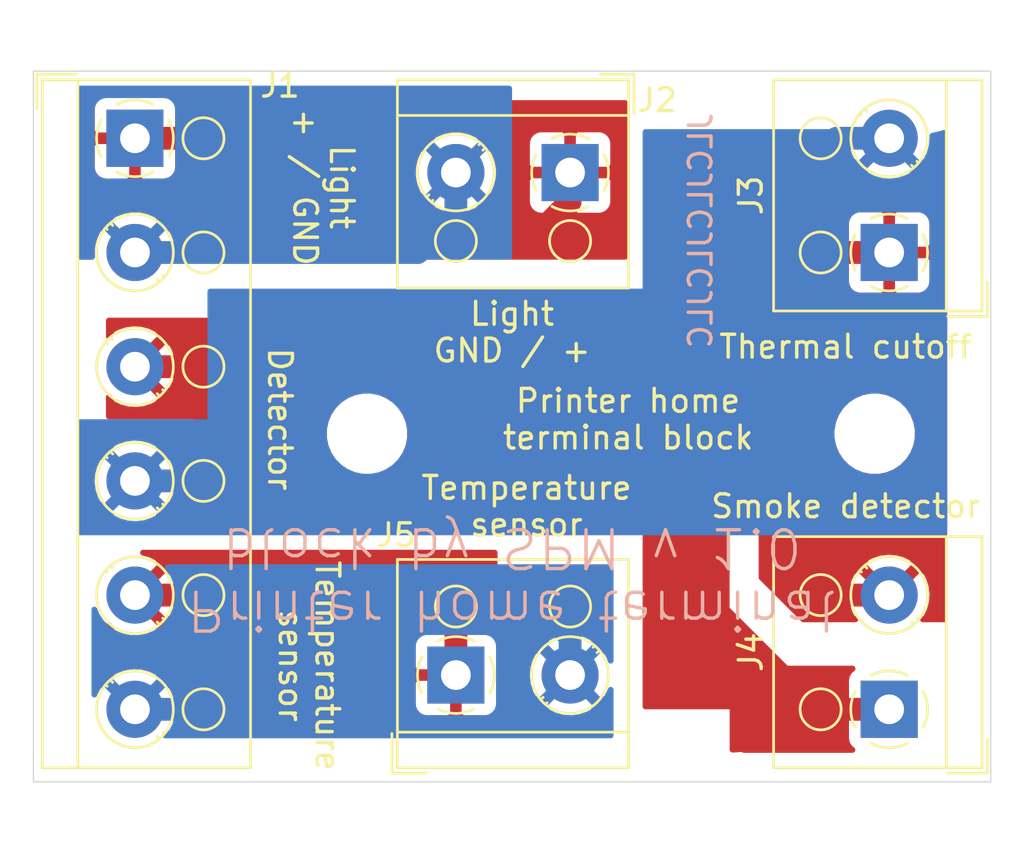
<source format=kicad_pcb>
(kicad_pcb (version 20171130) (host pcbnew 5.1.9)

  (general
    (thickness 1.6)
    (drawings 14)
    (tracks 37)
    (zones 0)
    (modules 7)
    (nets 8)
  )

  (page A4)
  (layers
    (0 F.Cu signal)
    (31 B.Cu signal)
    (32 B.Adhes user)
    (33 F.Adhes user)
    (34 B.Paste user)
    (35 F.Paste user)
    (36 B.SilkS user)
    (37 F.SilkS user)
    (38 B.Mask user)
    (39 F.Mask user)
    (40 Dwgs.User user)
    (41 Cmts.User user)
    (42 Eco1.User user)
    (43 Eco2.User user)
    (44 Edge.Cuts user)
    (45 Margin user)
    (46 B.CrtYd user)
    (47 F.CrtYd user)
    (48 B.Fab user)
    (49 F.Fab user)
  )

  (setup
    (last_trace_width 1)
    (user_trace_width 1)
    (trace_clearance 0.2)
    (zone_clearance 0.508)
    (zone_45_only no)
    (trace_min 0.2)
    (via_size 0.8)
    (via_drill 0.4)
    (via_min_size 0.4)
    (via_min_drill 0.3)
    (uvia_size 0.3)
    (uvia_drill 0.1)
    (uvias_allowed no)
    (uvia_min_size 0.2)
    (uvia_min_drill 0.1)
    (edge_width 0.05)
    (segment_width 0.2)
    (pcb_text_width 0.3)
    (pcb_text_size 1.5 1.5)
    (mod_edge_width 0.12)
    (mod_text_size 1 1)
    (mod_text_width 0.15)
    (pad_size 1.524 1.524)
    (pad_drill 0.762)
    (pad_to_mask_clearance 0)
    (aux_axis_origin 0 0)
    (visible_elements FFFFFF7F)
    (pcbplotparams
      (layerselection 0x010f0_ffffffff)
      (usegerberextensions true)
      (usegerberattributes true)
      (usegerberadvancedattributes true)
      (creategerberjobfile true)
      (excludeedgelayer true)
      (linewidth 0.100000)
      (plotframeref false)
      (viasonmask false)
      (mode 1)
      (useauxorigin false)
      (hpglpennumber 1)
      (hpglpenspeed 20)
      (hpglpendiameter 15.000000)
      (psnegative false)
      (psa4output false)
      (plotreference true)
      (plotvalue true)
      (plotinvisibletext false)
      (padsonsilk false)
      (subtractmaskfromsilk false)
      (outputformat 1)
      (mirror false)
      (drillshape 0)
      (scaleselection 1)
      (outputdirectory "gerber/"))
  )

  (net 0 "")
  (net 1 /TempSensorA)
  (net 2 /TempSensorB)
  (net 3 /DetectorCommon)
  (net 4 /FuseInput)
  (net 5 /LightGND)
  (net 6 /Light+)
  (net 7 /FuseOutput)

  (net_class Default "This is the default net class."
    (clearance 0.2)
    (trace_width 0.25)
    (via_dia 0.8)
    (via_drill 0.4)
    (uvia_dia 0.3)
    (uvia_drill 0.1)
    (add_net /DetectorCommon)
    (add_net /FuseInput)
    (add_net /FuseOutput)
    (add_net /Light+)
    (add_net /LightGND)
    (add_net /TempSensorA)
    (add_net /TempSensorB)
  )

  (module MountingHole:MountingHole_2.5mm (layer F.Cu) (tedit 56D1B4CB) (tstamp 601FC4A3)
    (at 121.92 93.345)
    (descr "Mounting Hole 2.5mm, no annular")
    (tags "mounting hole 2.5mm no annular")
    (path /60C157FD)
    (attr virtual)
    (fp_text reference H2 (at 0 -3.5) (layer F.SilkS) hide
      (effects (font (size 1 1) (thickness 0.15)))
    )
    (fp_text value MountingHole (at 0 3.5) (layer F.Fab)
      (effects (font (size 1 1) (thickness 0.15)))
    )
    (fp_text user %R (at 0.3 0) (layer F.Fab)
      (effects (font (size 1 1) (thickness 0.15)))
    )
    (fp_circle (center 0 0) (end 2.5 0) (layer Cmts.User) (width 0.15))
    (fp_circle (center 0 0) (end 2.75 0) (layer F.CrtYd) (width 0.05))
    (pad 1 np_thru_hole circle (at 0 0) (size 2.5 2.5) (drill 2.5) (layers *.Cu *.Mask))
  )

  (module MountingHole:MountingHole_2.5mm (layer F.Cu) (tedit 56D1B4CB) (tstamp 601FC49B)
    (at 144.145 93.345)
    (descr "Mounting Hole 2.5mm, no annular")
    (tags "mounting hole 2.5mm no annular")
    (path /60C15243)
    (attr virtual)
    (fp_text reference H1 (at 0 -3.5) (layer F.SilkS) hide
      (effects (font (size 1 1) (thickness 0.15)))
    )
    (fp_text value MountingHole (at 0 3.5) (layer F.Fab)
      (effects (font (size 1 1) (thickness 0.15)))
    )
    (fp_text user %R (at 0.3 0) (layer F.Fab)
      (effects (font (size 1 1) (thickness 0.15)))
    )
    (fp_circle (center 0 0) (end 2.5 0) (layer Cmts.User) (width 0.15))
    (fp_circle (center 0 0) (end 2.75 0) (layer F.CrtYd) (width 0.05))
    (pad 1 np_thru_hole circle (at 0 0) (size 2.5 2.5) (drill 2.5) (layers *.Cu *.Mask))
  )

  (module TerminalBlock_RND:TerminalBlock_RND_205-00001_1x02_P5.00mm_Horizontal (layer F.Cu) (tedit 5B294F8C) (tstamp 601FC16D)
    (at 125.81 103.91)
    (descr "terminal block RND 205-00001, 2 pins, pitch 5mm, size 10x9mm^2, drill diamater 1.3mm, pad diameter 2.5mm, see http://cdn-reichelt.de/documents/datenblatt/C151/RND_205-00001_DB_EN.pdf, script-generated using https://github.com/pointhi/kicad-footprint-generator/scripts/TerminalBlock_RND")
    (tags "THT terminal block RND 205-00001 pitch 5mm size 10x9mm^2 drill 1.3mm pad 2.5mm")
    (path /60BF812E)
    (fp_text reference J5 (at -2.62 -6.12) (layer F.SilkS)
      (effects (font (size 1 1) (thickness 0.15)))
    )
    (fp_text value Screw_Terminal_01x02 (at 2.5 5.06) (layer F.Fab)
      (effects (font (size 1 1) (thickness 0.15)))
    )
    (fp_line (start 8 -5.5) (end -3 -5.5) (layer F.CrtYd) (width 0.05))
    (fp_line (start 8 4.5) (end 8 -5.5) (layer F.CrtYd) (width 0.05))
    (fp_line (start -3 4.5) (end 8 4.5) (layer F.CrtYd) (width 0.05))
    (fp_line (start -3 -5.5) (end -3 4.5) (layer F.CrtYd) (width 0.05))
    (fp_line (start -2.8 4.3) (end -1.3 4.3) (layer F.SilkS) (width 0.12))
    (fp_line (start -2.8 2.56) (end -2.8 4.3) (layer F.SilkS) (width 0.12))
    (fp_line (start 3.82 0.976) (end 3.726 1.069) (layer F.SilkS) (width 0.12))
    (fp_line (start 6.07 -1.275) (end 6.011 -1.216) (layer F.SilkS) (width 0.12))
    (fp_line (start 3.99 1.216) (end 3.931 1.274) (layer F.SilkS) (width 0.12))
    (fp_line (start 6.275 -1.069) (end 6.181 -0.976) (layer F.SilkS) (width 0.12))
    (fp_line (start 5.955 -1.138) (end 3.863 0.955) (layer F.Fab) (width 0.1))
    (fp_line (start 6.138 -0.955) (end 4.046 1.138) (layer F.Fab) (width 0.1))
    (fp_line (start 0.955 -1.138) (end -1.138 0.955) (layer F.Fab) (width 0.1))
    (fp_line (start 1.138 -0.955) (end -0.955 1.138) (layer F.Fab) (width 0.1))
    (fp_line (start 7.56 -5.06) (end 7.56 4.06) (layer F.SilkS) (width 0.12))
    (fp_line (start -2.56 -5.06) (end -2.56 4.06) (layer F.SilkS) (width 0.12))
    (fp_line (start -2.56 4.06) (end 7.56 4.06) (layer F.SilkS) (width 0.12))
    (fp_line (start -2.56 -5.06) (end 7.56 -5.06) (layer F.SilkS) (width 0.12))
    (fp_line (start -2.56 2.5) (end 7.56 2.5) (layer F.SilkS) (width 0.12))
    (fp_line (start -2.5 2.5) (end 7.5 2.5) (layer F.Fab) (width 0.1))
    (fp_line (start -2.5 2.5) (end -2.5 -5) (layer F.Fab) (width 0.1))
    (fp_line (start -1 4) (end -2.5 2.5) (layer F.Fab) (width 0.1))
    (fp_line (start 7.5 4) (end -1 4) (layer F.Fab) (width 0.1))
    (fp_line (start 7.5 -5) (end 7.5 4) (layer F.Fab) (width 0.1))
    (fp_line (start -2.5 -5) (end 7.5 -5) (layer F.Fab) (width 0.1))
    (fp_circle (center 5 -3) (end 5.9 -3) (layer F.SilkS) (width 0.12))
    (fp_circle (center 5 -3) (end 5.9 -3) (layer F.Fab) (width 0.1))
    (fp_circle (center 5 0) (end 6.68 0) (layer F.SilkS) (width 0.12))
    (fp_circle (center 5 0) (end 6.5 0) (layer F.Fab) (width 0.1))
    (fp_circle (center 0 -3) (end 0.9 -3) (layer F.SilkS) (width 0.12))
    (fp_circle (center 0 -3) (end 0.9 -3) (layer F.Fab) (width 0.1))
    (fp_circle (center 0 0) (end 1.5 0) (layer F.Fab) (width 0.1))
    (fp_text user %R (at 2.5 -6.06) (layer F.Fab)
      (effects (font (size 1 1) (thickness 0.15)))
    )
    (fp_arc (start 0 0) (end -0.789 1.484) (angle -29) (layer F.SilkS) (width 0.12))
    (fp_arc (start 0 0) (end -1.484 -0.789) (angle -56) (layer F.SilkS) (width 0.12))
    (fp_arc (start 0 0) (end 0.789 -1.484) (angle -56) (layer F.SilkS) (width 0.12))
    (fp_arc (start 0 0) (end 1.484 0.789) (angle -56) (layer F.SilkS) (width 0.12))
    (fp_arc (start 0 0) (end 0 1.68) (angle -28) (layer F.SilkS) (width 0.12))
    (pad 2 thru_hole circle (at 5 0) (size 2.5 2.5) (drill 1.3) (layers *.Cu *.Mask)
      (net 1 /TempSensorA))
    (pad 1 thru_hole rect (at 0 0) (size 2.5 2.5) (drill 1.3) (layers *.Cu *.Mask)
      (net 2 /TempSensorB))
    (model ${KISYS3DMOD}/TerminalBlock_RND.3dshapes/TerminalBlock_RND_205-00001_1x02_P5.00mm_Horizontal.wrl
      (at (xyz 0 0 0))
      (scale (xyz 1 1 1))
      (rotate (xyz 0 0 0))
    )
  )

  (module TerminalBlock_RND:TerminalBlock_RND_205-00001_1x02_P5.00mm_Horizontal (layer F.Cu) (tedit 5B294F8C) (tstamp 601FAAA3)
    (at 144.78 105.41 90)
    (descr "terminal block RND 205-00001, 2 pins, pitch 5mm, size 10x9mm^2, drill diamater 1.3mm, pad diameter 2.5mm, see http://cdn-reichelt.de/documents/datenblatt/C151/RND_205-00001_DB_EN.pdf, script-generated using https://github.com/pointhi/kicad-footprint-generator/scripts/TerminalBlock_RND")
    (tags "THT terminal block RND 205-00001 pitch 5mm size 10x9mm^2 drill 1.3mm pad 2.5mm")
    (path /60BF7C3A)
    (fp_text reference J4 (at 2.5 -6.06 90) (layer F.SilkS)
      (effects (font (size 1 1) (thickness 0.15)))
    )
    (fp_text value Screw_Terminal_01x02 (at 2.5 5.06 90) (layer F.Fab)
      (effects (font (size 1 1) (thickness 0.15)))
    )
    (fp_line (start 8 -5.5) (end -3 -5.5) (layer F.CrtYd) (width 0.05))
    (fp_line (start 8 4.5) (end 8 -5.5) (layer F.CrtYd) (width 0.05))
    (fp_line (start -3 4.5) (end 8 4.5) (layer F.CrtYd) (width 0.05))
    (fp_line (start -3 -5.5) (end -3 4.5) (layer F.CrtYd) (width 0.05))
    (fp_line (start -2.8 4.3) (end -1.3 4.3) (layer F.SilkS) (width 0.12))
    (fp_line (start -2.8 2.56) (end -2.8 4.3) (layer F.SilkS) (width 0.12))
    (fp_line (start 3.82 0.976) (end 3.726 1.069) (layer F.SilkS) (width 0.12))
    (fp_line (start 6.07 -1.275) (end 6.011 -1.216) (layer F.SilkS) (width 0.12))
    (fp_line (start 3.99 1.216) (end 3.931 1.274) (layer F.SilkS) (width 0.12))
    (fp_line (start 6.275 -1.069) (end 6.181 -0.976) (layer F.SilkS) (width 0.12))
    (fp_line (start 5.955 -1.138) (end 3.863 0.955) (layer F.Fab) (width 0.1))
    (fp_line (start 6.138 -0.955) (end 4.046 1.138) (layer F.Fab) (width 0.1))
    (fp_line (start 0.955 -1.138) (end -1.138 0.955) (layer F.Fab) (width 0.1))
    (fp_line (start 1.138 -0.955) (end -0.955 1.138) (layer F.Fab) (width 0.1))
    (fp_line (start 7.56 -5.06) (end 7.56 4.06) (layer F.SilkS) (width 0.12))
    (fp_line (start -2.56 -5.06) (end -2.56 4.06) (layer F.SilkS) (width 0.12))
    (fp_line (start -2.56 4.06) (end 7.56 4.06) (layer F.SilkS) (width 0.12))
    (fp_line (start -2.56 -5.06) (end 7.56 -5.06) (layer F.SilkS) (width 0.12))
    (fp_line (start -2.56 2.5) (end 7.56 2.5) (layer F.SilkS) (width 0.12))
    (fp_line (start -2.5 2.5) (end 7.5 2.5) (layer F.Fab) (width 0.1))
    (fp_line (start -2.5 2.5) (end -2.5 -5) (layer F.Fab) (width 0.1))
    (fp_line (start -1 4) (end -2.5 2.5) (layer F.Fab) (width 0.1))
    (fp_line (start 7.5 4) (end -1 4) (layer F.Fab) (width 0.1))
    (fp_line (start 7.5 -5) (end 7.5 4) (layer F.Fab) (width 0.1))
    (fp_line (start -2.5 -5) (end 7.5 -5) (layer F.Fab) (width 0.1))
    (fp_circle (center 5 -3) (end 5.9 -3) (layer F.SilkS) (width 0.12))
    (fp_circle (center 5 -3) (end 5.9 -3) (layer F.Fab) (width 0.1))
    (fp_circle (center 5 0) (end 6.68 0) (layer F.SilkS) (width 0.12))
    (fp_circle (center 5 0) (end 6.5 0) (layer F.Fab) (width 0.1))
    (fp_circle (center 0 -3) (end 0.9 -3) (layer F.SilkS) (width 0.12))
    (fp_circle (center 0 -3) (end 0.9 -3) (layer F.Fab) (width 0.1))
    (fp_circle (center 0 0) (end 1.5 0) (layer F.Fab) (width 0.1))
    (fp_text user %R (at 2.5 -6.06 90) (layer F.Fab)
      (effects (font (size 1 1) (thickness 0.15)))
    )
    (fp_arc (start 0 0) (end -0.789 1.484) (angle -29) (layer F.SilkS) (width 0.12))
    (fp_arc (start 0 0) (end -1.484 -0.789) (angle -56) (layer F.SilkS) (width 0.12))
    (fp_arc (start 0 0) (end 0.789 -1.484) (angle -56) (layer F.SilkS) (width 0.12))
    (fp_arc (start 0 0) (end 1.484 0.789) (angle -56) (layer F.SilkS) (width 0.12))
    (fp_arc (start 0 0) (end 0 1.68) (angle -28) (layer F.SilkS) (width 0.12))
    (pad 2 thru_hole circle (at 5 0 90) (size 2.5 2.5) (drill 1.3) (layers *.Cu *.Mask)
      (net 7 /FuseOutput))
    (pad 1 thru_hole rect (at 0 0 90) (size 2.5 2.5) (drill 1.3) (layers *.Cu *.Mask)
      (net 4 /FuseInput))
    (model ${KISYS3DMOD}/TerminalBlock_RND.3dshapes/TerminalBlock_RND_205-00001_1x02_P5.00mm_Horizontal.wrl
      (at (xyz 0 0 0))
      (scale (xyz 1 1 1))
      (rotate (xyz 0 0 0))
    )
  )

  (module TerminalBlock_RND:TerminalBlock_RND_205-00001_1x02_P5.00mm_Horizontal (layer F.Cu) (tedit 5B294F8C) (tstamp 601FAA77)
    (at 144.78 85.41 90)
    (descr "terminal block RND 205-00001, 2 pins, pitch 5mm, size 10x9mm^2, drill diamater 1.3mm, pad diameter 2.5mm, see http://cdn-reichelt.de/documents/datenblatt/C151/RND_205-00001_DB_EN.pdf, script-generated using https://github.com/pointhi/kicad-footprint-generator/scripts/TerminalBlock_RND")
    (tags "THT terminal block RND 205-00001 pitch 5mm size 10x9mm^2 drill 1.3mm pad 2.5mm")
    (path /60BF792D)
    (fp_text reference J3 (at 2.5 -6.06 90) (layer F.SilkS)
      (effects (font (size 1 1) (thickness 0.15)))
    )
    (fp_text value Screw_Terminal_01x02 (at 2.5 5.06 90) (layer F.Fab)
      (effects (font (size 1 1) (thickness 0.15)))
    )
    (fp_line (start 8 -5.5) (end -3 -5.5) (layer F.CrtYd) (width 0.05))
    (fp_line (start 8 4.5) (end 8 -5.5) (layer F.CrtYd) (width 0.05))
    (fp_line (start -3 4.5) (end 8 4.5) (layer F.CrtYd) (width 0.05))
    (fp_line (start -3 -5.5) (end -3 4.5) (layer F.CrtYd) (width 0.05))
    (fp_line (start -2.8 4.3) (end -1.3 4.3) (layer F.SilkS) (width 0.12))
    (fp_line (start -2.8 2.56) (end -2.8 4.3) (layer F.SilkS) (width 0.12))
    (fp_line (start 3.82 0.976) (end 3.726 1.069) (layer F.SilkS) (width 0.12))
    (fp_line (start 6.07 -1.275) (end 6.011 -1.216) (layer F.SilkS) (width 0.12))
    (fp_line (start 3.99 1.216) (end 3.931 1.274) (layer F.SilkS) (width 0.12))
    (fp_line (start 6.275 -1.069) (end 6.181 -0.976) (layer F.SilkS) (width 0.12))
    (fp_line (start 5.955 -1.138) (end 3.863 0.955) (layer F.Fab) (width 0.1))
    (fp_line (start 6.138 -0.955) (end 4.046 1.138) (layer F.Fab) (width 0.1))
    (fp_line (start 0.955 -1.138) (end -1.138 0.955) (layer F.Fab) (width 0.1))
    (fp_line (start 1.138 -0.955) (end -0.955 1.138) (layer F.Fab) (width 0.1))
    (fp_line (start 7.56 -5.06) (end 7.56 4.06) (layer F.SilkS) (width 0.12))
    (fp_line (start -2.56 -5.06) (end -2.56 4.06) (layer F.SilkS) (width 0.12))
    (fp_line (start -2.56 4.06) (end 7.56 4.06) (layer F.SilkS) (width 0.12))
    (fp_line (start -2.56 -5.06) (end 7.56 -5.06) (layer F.SilkS) (width 0.12))
    (fp_line (start -2.56 2.5) (end 7.56 2.5) (layer F.SilkS) (width 0.12))
    (fp_line (start -2.5 2.5) (end 7.5 2.5) (layer F.Fab) (width 0.1))
    (fp_line (start -2.5 2.5) (end -2.5 -5) (layer F.Fab) (width 0.1))
    (fp_line (start -1 4) (end -2.5 2.5) (layer F.Fab) (width 0.1))
    (fp_line (start 7.5 4) (end -1 4) (layer F.Fab) (width 0.1))
    (fp_line (start 7.5 -5) (end 7.5 4) (layer F.Fab) (width 0.1))
    (fp_line (start -2.5 -5) (end 7.5 -5) (layer F.Fab) (width 0.1))
    (fp_circle (center 5 -3) (end 5.9 -3) (layer F.SilkS) (width 0.12))
    (fp_circle (center 5 -3) (end 5.9 -3) (layer F.Fab) (width 0.1))
    (fp_circle (center 5 0) (end 6.68 0) (layer F.SilkS) (width 0.12))
    (fp_circle (center 5 0) (end 6.5 0) (layer F.Fab) (width 0.1))
    (fp_circle (center 0 -3) (end 0.9 -3) (layer F.SilkS) (width 0.12))
    (fp_circle (center 0 -3) (end 0.9 -3) (layer F.Fab) (width 0.1))
    (fp_circle (center 0 0) (end 1.5 0) (layer F.Fab) (width 0.1))
    (fp_text user %R (at 2.5 -6.06 90) (layer F.Fab)
      (effects (font (size 1 1) (thickness 0.15)))
    )
    (fp_arc (start 0 0) (end -0.789 1.484) (angle -29) (layer F.SilkS) (width 0.12))
    (fp_arc (start 0 0) (end -1.484 -0.789) (angle -56) (layer F.SilkS) (width 0.12))
    (fp_arc (start 0 0) (end 0.789 -1.484) (angle -56) (layer F.SilkS) (width 0.12))
    (fp_arc (start 0 0) (end 1.484 0.789) (angle -56) (layer F.SilkS) (width 0.12))
    (fp_arc (start 0 0) (end 0 1.68) (angle -28) (layer F.SilkS) (width 0.12))
    (pad 2 thru_hole circle (at 5 0 90) (size 2.5 2.5) (drill 1.3) (layers *.Cu *.Mask)
      (net 3 /DetectorCommon))
    (pad 1 thru_hole rect (at 0 0 90) (size 2.5 2.5) (drill 1.3) (layers *.Cu *.Mask)
      (net 7 /FuseOutput))
    (model ${KISYS3DMOD}/TerminalBlock_RND.3dshapes/TerminalBlock_RND_205-00001_1x02_P5.00mm_Horizontal.wrl
      (at (xyz 0 0 0))
      (scale (xyz 1 1 1))
      (rotate (xyz 0 0 0))
    )
  )

  (module TerminalBlock_RND:TerminalBlock_RND_205-00001_1x02_P5.00mm_Horizontal (layer F.Cu) (tedit 5B294F8C) (tstamp 601FAA4B)
    (at 130.81 81.91 180)
    (descr "terminal block RND 205-00001, 2 pins, pitch 5mm, size 10x9mm^2, drill diamater 1.3mm, pad diameter 2.5mm, see http://cdn-reichelt.de/documents/datenblatt/C151/RND_205-00001_DB_EN.pdf, script-generated using https://github.com/pointhi/kicad-footprint-generator/scripts/TerminalBlock_RND")
    (tags "THT terminal block RND 205-00001 pitch 5mm size 10x9mm^2 drill 1.3mm pad 2.5mm")
    (path /60BF7546)
    (fp_text reference J2 (at -3.81 3.17) (layer F.SilkS)
      (effects (font (size 1 1) (thickness 0.15)))
    )
    (fp_text value Screw_Terminal_01x02 (at 2.5 5.06) (layer F.Fab)
      (effects (font (size 1 1) (thickness 0.15)))
    )
    (fp_line (start 8 -5.5) (end -3 -5.5) (layer F.CrtYd) (width 0.05))
    (fp_line (start 8 4.5) (end 8 -5.5) (layer F.CrtYd) (width 0.05))
    (fp_line (start -3 4.5) (end 8 4.5) (layer F.CrtYd) (width 0.05))
    (fp_line (start -3 -5.5) (end -3 4.5) (layer F.CrtYd) (width 0.05))
    (fp_line (start -2.8 4.3) (end -1.3 4.3) (layer F.SilkS) (width 0.12))
    (fp_line (start -2.8 2.56) (end -2.8 4.3) (layer F.SilkS) (width 0.12))
    (fp_line (start 3.82 0.976) (end 3.726 1.069) (layer F.SilkS) (width 0.12))
    (fp_line (start 6.07 -1.275) (end 6.011 -1.216) (layer F.SilkS) (width 0.12))
    (fp_line (start 3.99 1.216) (end 3.931 1.274) (layer F.SilkS) (width 0.12))
    (fp_line (start 6.275 -1.069) (end 6.181 -0.976) (layer F.SilkS) (width 0.12))
    (fp_line (start 5.955 -1.138) (end 3.863 0.955) (layer F.Fab) (width 0.1))
    (fp_line (start 6.138 -0.955) (end 4.046 1.138) (layer F.Fab) (width 0.1))
    (fp_line (start 0.955 -1.138) (end -1.138 0.955) (layer F.Fab) (width 0.1))
    (fp_line (start 1.138 -0.955) (end -0.955 1.138) (layer F.Fab) (width 0.1))
    (fp_line (start 7.56 -5.06) (end 7.56 4.06) (layer F.SilkS) (width 0.12))
    (fp_line (start -2.56 -5.06) (end -2.56 4.06) (layer F.SilkS) (width 0.12))
    (fp_line (start -2.56 4.06) (end 7.56 4.06) (layer F.SilkS) (width 0.12))
    (fp_line (start -2.56 -5.06) (end 7.56 -5.06) (layer F.SilkS) (width 0.12))
    (fp_line (start -2.56 2.5) (end 7.56 2.5) (layer F.SilkS) (width 0.12))
    (fp_line (start -2.5 2.5) (end 7.5 2.5) (layer F.Fab) (width 0.1))
    (fp_line (start -2.5 2.5) (end -2.5 -5) (layer F.Fab) (width 0.1))
    (fp_line (start -1 4) (end -2.5 2.5) (layer F.Fab) (width 0.1))
    (fp_line (start 7.5 4) (end -1 4) (layer F.Fab) (width 0.1))
    (fp_line (start 7.5 -5) (end 7.5 4) (layer F.Fab) (width 0.1))
    (fp_line (start -2.5 -5) (end 7.5 -5) (layer F.Fab) (width 0.1))
    (fp_circle (center 5 -3) (end 5.9 -3) (layer F.SilkS) (width 0.12))
    (fp_circle (center 5 -3) (end 5.9 -3) (layer F.Fab) (width 0.1))
    (fp_circle (center 5 0) (end 6.68 0) (layer F.SilkS) (width 0.12))
    (fp_circle (center 5 0) (end 6.5 0) (layer F.Fab) (width 0.1))
    (fp_circle (center 0 -3) (end 0.9 -3) (layer F.SilkS) (width 0.12))
    (fp_circle (center 0 -3) (end 0.9 -3) (layer F.Fab) (width 0.1))
    (fp_circle (center 0 0) (end 1.5 0) (layer F.Fab) (width 0.1))
    (fp_text user %R (at 2.5 -6.06) (layer F.Fab)
      (effects (font (size 1 1) (thickness 0.15)))
    )
    (fp_arc (start 0 0) (end -0.789 1.484) (angle -29) (layer F.SilkS) (width 0.12))
    (fp_arc (start 0 0) (end -1.484 -0.789) (angle -56) (layer F.SilkS) (width 0.12))
    (fp_arc (start 0 0) (end 0.789 -1.484) (angle -56) (layer F.SilkS) (width 0.12))
    (fp_arc (start 0 0) (end 1.484 0.789) (angle -56) (layer F.SilkS) (width 0.12))
    (fp_arc (start 0 0) (end 0 1.68) (angle -28) (layer F.SilkS) (width 0.12))
    (pad 2 thru_hole circle (at 5 0 180) (size 2.5 2.5) (drill 1.3) (layers *.Cu *.Mask)
      (net 5 /LightGND))
    (pad 1 thru_hole rect (at 0 0 180) (size 2.5 2.5) (drill 1.3) (layers *.Cu *.Mask)
      (net 6 /Light+))
    (model ${KISYS3DMOD}/TerminalBlock_RND.3dshapes/TerminalBlock_RND_205-00001_1x02_P5.00mm_Horizontal.wrl
      (at (xyz 0 0 0))
      (scale (xyz 1 1 1))
      (rotate (xyz 0 0 0))
    )
  )

  (module TerminalBlock_RND:TerminalBlock_RND_205-00005_1x06_P5.00mm_Horizontal (layer F.Cu) (tedit 5B294F90) (tstamp 601FAA1F)
    (at 111.76 80.41 270)
    (descr "terminal block RND 205-00005, 6 pins, pitch 5mm, size 30x9mm^2, drill diamater 1.3mm, pad diameter 2.5mm, see http://cdn-reichelt.de/documents/datenblatt/C151/RND_205-00001_DB_EN.pdf, script-generated using https://github.com/pointhi/kicad-footprint-generator/scripts/TerminalBlock_RND")
    (tags "THT terminal block RND 205-00005 pitch 5mm size 30x9mm^2 drill 1.3mm pad 2.5mm")
    (path /60BF693D)
    (fp_text reference J1 (at -2.305 -6.35 180) (layer F.SilkS)
      (effects (font (size 1 1) (thickness 0.15)))
    )
    (fp_text value Screw_Terminal_01x06 (at 12.5 5.06 90) (layer F.Fab)
      (effects (font (size 1 1) (thickness 0.15)))
    )
    (fp_line (start 28 -5.5) (end -3 -5.5) (layer F.CrtYd) (width 0.05))
    (fp_line (start 28 4.5) (end 28 -5.5) (layer F.CrtYd) (width 0.05))
    (fp_line (start -3 4.5) (end 28 4.5) (layer F.CrtYd) (width 0.05))
    (fp_line (start -3 -5.5) (end -3 4.5) (layer F.CrtYd) (width 0.05))
    (fp_line (start -2.8 4.3) (end -1.3 4.3) (layer F.SilkS) (width 0.12))
    (fp_line (start -2.8 2.56) (end -2.8 4.3) (layer F.SilkS) (width 0.12))
    (fp_line (start 23.82 0.976) (end 23.726 1.069) (layer F.SilkS) (width 0.12))
    (fp_line (start 26.07 -1.275) (end 26.011 -1.216) (layer F.SilkS) (width 0.12))
    (fp_line (start 23.99 1.216) (end 23.931 1.274) (layer F.SilkS) (width 0.12))
    (fp_line (start 26.275 -1.069) (end 26.181 -0.976) (layer F.SilkS) (width 0.12))
    (fp_line (start 25.955 -1.138) (end 23.863 0.955) (layer F.Fab) (width 0.1))
    (fp_line (start 26.138 -0.955) (end 24.046 1.138) (layer F.Fab) (width 0.1))
    (fp_line (start 18.82 0.976) (end 18.726 1.069) (layer F.SilkS) (width 0.12))
    (fp_line (start 21.07 -1.275) (end 21.011 -1.216) (layer F.SilkS) (width 0.12))
    (fp_line (start 18.99 1.216) (end 18.931 1.274) (layer F.SilkS) (width 0.12))
    (fp_line (start 21.275 -1.069) (end 21.181 -0.976) (layer F.SilkS) (width 0.12))
    (fp_line (start 20.955 -1.138) (end 18.863 0.955) (layer F.Fab) (width 0.1))
    (fp_line (start 21.138 -0.955) (end 19.046 1.138) (layer F.Fab) (width 0.1))
    (fp_line (start 13.82 0.976) (end 13.726 1.069) (layer F.SilkS) (width 0.12))
    (fp_line (start 16.07 -1.275) (end 16.011 -1.216) (layer F.SilkS) (width 0.12))
    (fp_line (start 13.99 1.216) (end 13.931 1.274) (layer F.SilkS) (width 0.12))
    (fp_line (start 16.275 -1.069) (end 16.181 -0.976) (layer F.SilkS) (width 0.12))
    (fp_line (start 15.955 -1.138) (end 13.863 0.955) (layer F.Fab) (width 0.1))
    (fp_line (start 16.138 -0.955) (end 14.046 1.138) (layer F.Fab) (width 0.1))
    (fp_line (start 8.82 0.976) (end 8.726 1.069) (layer F.SilkS) (width 0.12))
    (fp_line (start 11.07 -1.275) (end 11.011 -1.216) (layer F.SilkS) (width 0.12))
    (fp_line (start 8.99 1.216) (end 8.931 1.274) (layer F.SilkS) (width 0.12))
    (fp_line (start 11.275 -1.069) (end 11.181 -0.976) (layer F.SilkS) (width 0.12))
    (fp_line (start 10.955 -1.138) (end 8.863 0.955) (layer F.Fab) (width 0.1))
    (fp_line (start 11.138 -0.955) (end 9.046 1.138) (layer F.Fab) (width 0.1))
    (fp_line (start 3.82 0.976) (end 3.726 1.069) (layer F.SilkS) (width 0.12))
    (fp_line (start 6.07 -1.275) (end 6.011 -1.216) (layer F.SilkS) (width 0.12))
    (fp_line (start 3.99 1.216) (end 3.931 1.274) (layer F.SilkS) (width 0.12))
    (fp_line (start 6.275 -1.069) (end 6.181 -0.976) (layer F.SilkS) (width 0.12))
    (fp_line (start 5.955 -1.138) (end 3.863 0.955) (layer F.Fab) (width 0.1))
    (fp_line (start 6.138 -0.955) (end 4.046 1.138) (layer F.Fab) (width 0.1))
    (fp_line (start 0.955 -1.138) (end -1.138 0.955) (layer F.Fab) (width 0.1))
    (fp_line (start 1.138 -0.955) (end -0.955 1.138) (layer F.Fab) (width 0.1))
    (fp_line (start 27.56 -5.06) (end 27.56 4.06) (layer F.SilkS) (width 0.12))
    (fp_line (start -2.56 -5.06) (end -2.56 4.06) (layer F.SilkS) (width 0.12))
    (fp_line (start -2.56 4.06) (end 27.56 4.06) (layer F.SilkS) (width 0.12))
    (fp_line (start -2.56 -5.06) (end 27.56 -5.06) (layer F.SilkS) (width 0.12))
    (fp_line (start -2.56 2.5) (end 27.56 2.5) (layer F.SilkS) (width 0.12))
    (fp_line (start -2.5 2.5) (end 27.5 2.5) (layer F.Fab) (width 0.1))
    (fp_line (start -2.5 2.5) (end -2.5 -5) (layer F.Fab) (width 0.1))
    (fp_line (start -1 4) (end -2.5 2.5) (layer F.Fab) (width 0.1))
    (fp_line (start 27.5 4) (end -1 4) (layer F.Fab) (width 0.1))
    (fp_line (start 27.5 -5) (end 27.5 4) (layer F.Fab) (width 0.1))
    (fp_line (start -2.5 -5) (end 27.5 -5) (layer F.Fab) (width 0.1))
    (fp_circle (center 25 -3) (end 25.9 -3) (layer F.SilkS) (width 0.12))
    (fp_circle (center 25 -3) (end 25.9 -3) (layer F.Fab) (width 0.1))
    (fp_circle (center 25 0) (end 26.68 0) (layer F.SilkS) (width 0.12))
    (fp_circle (center 25 0) (end 26.5 0) (layer F.Fab) (width 0.1))
    (fp_circle (center 20 -3) (end 20.9 -3) (layer F.SilkS) (width 0.12))
    (fp_circle (center 20 -3) (end 20.9 -3) (layer F.Fab) (width 0.1))
    (fp_circle (center 20 0) (end 21.68 0) (layer F.SilkS) (width 0.12))
    (fp_circle (center 20 0) (end 21.5 0) (layer F.Fab) (width 0.1))
    (fp_circle (center 15 -3) (end 15.9 -3) (layer F.SilkS) (width 0.12))
    (fp_circle (center 15 -3) (end 15.9 -3) (layer F.Fab) (width 0.1))
    (fp_circle (center 15 0) (end 16.68 0) (layer F.SilkS) (width 0.12))
    (fp_circle (center 15 0) (end 16.5 0) (layer F.Fab) (width 0.1))
    (fp_circle (center 10 -3) (end 10.9 -3) (layer F.SilkS) (width 0.12))
    (fp_circle (center 10 -3) (end 10.9 -3) (layer F.Fab) (width 0.1))
    (fp_circle (center 10 0) (end 11.68 0) (layer F.SilkS) (width 0.12))
    (fp_circle (center 10 0) (end 11.5 0) (layer F.Fab) (width 0.1))
    (fp_circle (center 5 -3) (end 5.9 -3) (layer F.SilkS) (width 0.12))
    (fp_circle (center 5 -3) (end 5.9 -3) (layer F.Fab) (width 0.1))
    (fp_circle (center 5 0) (end 6.68 0) (layer F.SilkS) (width 0.12))
    (fp_circle (center 5 0) (end 6.5 0) (layer F.Fab) (width 0.1))
    (fp_circle (center 0 -3) (end 0.9 -3) (layer F.SilkS) (width 0.12))
    (fp_circle (center 0 -3) (end 0.9 -3) (layer F.Fab) (width 0.1))
    (fp_circle (center 0 0) (end 1.5 0) (layer F.Fab) (width 0.1))
    (fp_text user %R (at 12.5 -6.06 270) (layer F.Fab)
      (effects (font (size 1 1) (thickness 0.15)))
    )
    (fp_arc (start 0 0) (end -0.789 1.484) (angle -29) (layer F.SilkS) (width 0.12))
    (fp_arc (start 0 0) (end -1.484 -0.789) (angle -56) (layer F.SilkS) (width 0.12))
    (fp_arc (start 0 0) (end 0.789 -1.484) (angle -56) (layer F.SilkS) (width 0.12))
    (fp_arc (start 0 0) (end 1.484 0.789) (angle -56) (layer F.SilkS) (width 0.12))
    (fp_arc (start 0 0) (end 0 1.68) (angle -28) (layer F.SilkS) (width 0.12))
    (pad 6 thru_hole circle (at 25 0 270) (size 2.5 2.5) (drill 1.3) (layers *.Cu *.Mask)
      (net 1 /TempSensorA))
    (pad 5 thru_hole circle (at 20 0 270) (size 2.5 2.5) (drill 1.3) (layers *.Cu *.Mask)
      (net 2 /TempSensorB))
    (pad 4 thru_hole circle (at 15 0 270) (size 2.5 2.5) (drill 1.3) (layers *.Cu *.Mask)
      (net 3 /DetectorCommon))
    (pad 3 thru_hole circle (at 10 0 270) (size 2.5 2.5) (drill 1.3) (layers *.Cu *.Mask)
      (net 4 /FuseInput))
    (pad 2 thru_hole circle (at 5 0 270) (size 2.5 2.5) (drill 1.3) (layers *.Cu *.Mask)
      (net 5 /LightGND))
    (pad 1 thru_hole rect (at 0 0 270) (size 2.5 2.5) (drill 1.3) (layers *.Cu *.Mask)
      (net 6 /Light+))
    (model ${KISYS3DMOD}/TerminalBlock_RND.3dshapes/TerminalBlock_RND_205-00005_1x06_P5.00mm_Horizontal.wrl
      (at (xyz 0 0 0))
      (scale (xyz 1 1 1))
      (rotate (xyz 0 0 0))
    )
  )

  (gr_text JLCJLCJLCJLC (at 136.525 84.455 90) (layer B.SilkS)
    (effects (font (size 1 1) (thickness 0.15)) (justify mirror))
  )
  (gr_text "Printer home\nterminal block" (at 133.35 92.71) (layer F.SilkS)
    (effects (font (size 1 1) (thickness 0.15)))
  )
  (gr_line (start 107.315 77.47) (end 107.315 108.585) (layer Edge.Cuts) (width 0.05) (tstamp 601FC1FC))
  (gr_line (start 149.225 77.47) (end 107.315 77.47) (layer Edge.Cuts) (width 0.05))
  (gr_line (start 149.225 108.585) (end 149.225 77.47) (layer Edge.Cuts) (width 0.05))
  (gr_line (start 107.315 108.585) (end 149.225 108.585) (layer Edge.Cuts) (width 0.05))
  (gr_text "Printer home terminal\nblock by SPM v 1.0" (at 128.27 99.695 180) (layer B.SilkS)
    (effects (font (size 1.7 1.7) (thickness 0.15)) (justify mirror))
  )
  (gr_text "Smoke detector" (at 142.875 96.52) (layer F.SilkS)
    (effects (font (size 1 1) (thickness 0.15)))
  )
  (gr_text "Thermal cutoff" (at 142.875 89.535) (layer F.SilkS)
    (effects (font (size 1 1) (thickness 0.15)))
  )
  (gr_text "Light\nGND / +" (at 128.27 88.9) (layer F.SilkS)
    (effects (font (size 1 1) (thickness 0.15)))
  )
  (gr_text "Temperature\nsensor" (at 128.905 96.52) (layer F.SilkS) (tstamp 601FC0E3)
    (effects (font (size 1 1) (thickness 0.15)))
  )
  (gr_text "Temperature\nsensor" (at 119.38 103.505 270) (layer F.SilkS)
    (effects (font (size 1 1) (thickness 0.15)))
  )
  (gr_text Detector (at 118.11 92.71 270) (layer F.SilkS)
    (effects (font (size 1 1) (thickness 0.15)))
  )
  (gr_text "Light\n+ / GND" (at 120.015 82.55 270) (layer F.SilkS)
    (effects (font (size 1 1) (thickness 0.15)))
  )

  (segment (start 111.76 105.41) (end 114.935 105.41) (width 1) (layer B.Cu) (net 1))
  (segment (start 114.935 105.41) (end 120.015 100.33) (width 1) (layer B.Cu) (net 1))
  (segment (start 120.015 100.33) (end 128.905 100.33) (width 1) (layer B.Cu) (net 1))
  (segment (start 130.81 102.235) (end 130.81 103.91) (width 1) (layer B.Cu) (net 1))
  (segment (start 128.905 100.33) (end 130.81 102.235) (width 1) (layer B.Cu) (net 1))
  (segment (start 111.76 100.41) (end 124.54 100.41) (width 1) (layer F.Cu) (net 2))
  (segment (start 125.81 101.68) (end 125.81 103.91) (width 1) (layer F.Cu) (net 2))
  (segment (start 124.54 100.41) (end 125.81 101.68) (width 1) (layer F.Cu) (net 2))
  (segment (start 111.76 95.41) (end 114.775 95.41) (width 1) (layer B.Cu) (net 3))
  (segment (start 114.775 95.41) (end 117.475 92.71) (width 1) (layer B.Cu) (net 3))
  (segment (start 117.475 92.71) (end 117.475 90.17) (width 1) (layer B.Cu) (net 3))
  (segment (start 117.475 90.17) (end 119.38 88.265) (width 1) (layer B.Cu) (net 3))
  (segment (start 119.38 88.265) (end 138.43 88.265) (width 1) (layer B.Cu) (net 3))
  (segment (start 138.43 88.265) (end 140.335 86.36) (width 1) (layer B.Cu) (net 3))
  (segment (start 140.335 86.36) (end 140.335 82.55) (width 1) (layer B.Cu) (net 3))
  (segment (start 142.475 80.41) (end 144.78 80.41) (width 1) (layer B.Cu) (net 3))
  (segment (start 140.335 82.55) (end 142.475 80.41) (width 1) (layer B.Cu) (net 3))
  (segment (start 111.76 90.41) (end 118.505 90.41) (width 1) (layer F.Cu) (net 4))
  (segment (start 118.505 90.41) (end 120.015 88.9) (width 1) (layer F.Cu) (net 4))
  (segment (start 120.015 88.9) (end 134.62 88.9) (width 1) (layer F.Cu) (net 4))
  (segment (start 134.62 88.9) (end 136.525 90.805) (width 1) (layer F.Cu) (net 4))
  (segment (start 136.525 90.805) (end 136.525 102.87) (width 1) (layer F.Cu) (net 4))
  (segment (start 139.065 105.41) (end 144.78 105.41) (width 1) (layer F.Cu) (net 4))
  (segment (start 136.525 102.87) (end 139.065 105.41) (width 1) (layer F.Cu) (net 4))
  (segment (start 111.76 85.41) (end 124.14 85.41) (width 1) (layer B.Cu) (net 5))
  (segment (start 125.81 83.74) (end 125.81 81.91) (width 1) (layer B.Cu) (net 5))
  (segment (start 124.14 85.41) (end 125.81 83.74) (width 1) (layer B.Cu) (net 5))
  (segment (start 111.76 80.41) (end 117.875 80.41) (width 1) (layer F.Cu) (net 6))
  (segment (start 117.875 80.41) (end 122.555 85.09) (width 1) (layer F.Cu) (net 6))
  (segment (start 122.555 85.09) (end 128.905 85.09) (width 1) (layer F.Cu) (net 6))
  (segment (start 130.81 83.185) (end 130.81 81.91) (width 1) (layer F.Cu) (net 6))
  (segment (start 128.905 85.09) (end 130.81 83.185) (width 1) (layer F.Cu) (net 6))
  (segment (start 144.78 100.41) (end 141.05 100.41) (width 1) (layer F.Cu) (net 7))
  (segment (start 141.05 100.41) (end 139.7 99.06) (width 1) (layer F.Cu) (net 7))
  (segment (start 139.7 99.06) (end 139.7 86.995) (width 1) (layer F.Cu) (net 7))
  (segment (start 141.285 85.41) (end 144.78 85.41) (width 1) (layer F.Cu) (net 7))
  (segment (start 139.7 86.995) (end 141.285 85.41) (width 1) (layer F.Cu) (net 7))

  (zone (net 5) (net_name /LightGND) (layer B.Cu) (tstamp 601FF82F) (hatch edge 0.508)
    (connect_pads (clearance 0.508))
    (min_thickness 0.254)
    (fill yes (arc_segments 32) (thermal_gap 0.508) (thermal_bridge_width 0.508))
    (polygon
      (pts
        (xy 128.27 85.725) (xy 109.22 85.725) (xy 109.22 78.105) (xy 128.27 78.105)
      )
    )
    (filled_polygon
      (pts
        (xy 128.143 85.598) (xy 113.636428 85.598) (xy 113.653389 85.357294) (xy 113.606725 84.988925) (xy 113.489094 84.636738)
        (xy 113.363577 84.401914) (xy 113.073605 84.276) (xy 111.939605 85.41) (xy 111.953748 85.424143) (xy 111.77989 85.598)
        (xy 111.768395 85.598) (xy 111.76 85.589605) (xy 111.751605 85.598) (xy 111.74011 85.598) (xy 111.566253 85.424143)
        (xy 111.580395 85.41) (xy 110.446395 84.276) (xy 110.156423 84.401914) (xy 109.990567 84.734126) (xy 109.89271 85.092312)
        (xy 109.866611 85.462706) (xy 109.88375 85.598) (xy 109.347 85.598) (xy 109.347 84.096395) (xy 110.626 84.096395)
        (xy 111.76 85.230395) (xy 112.894 84.096395) (xy 112.768086 83.806423) (xy 112.435874 83.640567) (xy 112.077688 83.54271)
        (xy 111.707294 83.516611) (xy 111.338925 83.563275) (xy 110.986738 83.680906) (xy 110.751914 83.806423) (xy 110.626 84.096395)
        (xy 109.347 84.096395) (xy 109.347 83.223605) (xy 124.676 83.223605) (xy 124.801914 83.513577) (xy 125.134126 83.679433)
        (xy 125.492312 83.77729) (xy 125.862706 83.803389) (xy 126.231075 83.756725) (xy 126.583262 83.639094) (xy 126.818086 83.513577)
        (xy 126.944 83.223605) (xy 125.81 82.089605) (xy 124.676 83.223605) (xy 109.347 83.223605) (xy 109.347 79.16)
        (xy 109.871928 79.16) (xy 109.871928 81.66) (xy 109.884188 81.784482) (xy 109.920498 81.90418) (xy 109.979463 82.014494)
        (xy 110.058815 82.111185) (xy 110.155506 82.190537) (xy 110.26582 82.249502) (xy 110.385518 82.285812) (xy 110.51 82.298072)
        (xy 113.01 82.298072) (xy 113.134482 82.285812) (xy 113.25418 82.249502) (xy 113.364494 82.190537) (xy 113.461185 82.111185)
        (xy 113.540537 82.014494) (xy 113.568218 81.962706) (xy 123.916611 81.962706) (xy 123.963275 82.331075) (xy 124.080906 82.683262)
        (xy 124.206423 82.918086) (xy 124.496395 83.044) (xy 125.630395 81.91) (xy 125.989605 81.91) (xy 127.123605 83.044)
        (xy 127.413577 82.918086) (xy 127.579433 82.585874) (xy 127.67729 82.227688) (xy 127.703389 81.857294) (xy 127.656725 81.488925)
        (xy 127.539094 81.136738) (xy 127.413577 80.901914) (xy 127.123605 80.776) (xy 125.989605 81.91) (xy 125.630395 81.91)
        (xy 124.496395 80.776) (xy 124.206423 80.901914) (xy 124.040567 81.234126) (xy 123.94271 81.592312) (xy 123.916611 81.962706)
        (xy 113.568218 81.962706) (xy 113.599502 81.90418) (xy 113.635812 81.784482) (xy 113.648072 81.66) (xy 113.648072 80.596395)
        (xy 124.676 80.596395) (xy 125.81 81.730395) (xy 126.944 80.596395) (xy 126.818086 80.306423) (xy 126.485874 80.140567)
        (xy 126.127688 80.04271) (xy 125.757294 80.016611) (xy 125.388925 80.063275) (xy 125.036738 80.180906) (xy 124.801914 80.306423)
        (xy 124.676 80.596395) (xy 113.648072 80.596395) (xy 113.648072 79.16) (xy 113.635812 79.035518) (xy 113.599502 78.91582)
        (xy 113.540537 78.805506) (xy 113.461185 78.708815) (xy 113.364494 78.629463) (xy 113.25418 78.570498) (xy 113.134482 78.534188)
        (xy 113.01 78.521928) (xy 110.51 78.521928) (xy 110.385518 78.534188) (xy 110.26582 78.570498) (xy 110.155506 78.629463)
        (xy 110.058815 78.708815) (xy 109.979463 78.805506) (xy 109.920498 78.91582) (xy 109.884188 79.035518) (xy 109.871928 79.16)
        (xy 109.347 79.16) (xy 109.347 78.232) (xy 128.143 78.232)
      )
    )
  )
  (zone (net 3) (net_name /DetectorCommon) (layer B.Cu) (tstamp 601FF82C) (hatch edge 0.508)
    (connect_pads (clearance 0.508))
    (min_thickness 0.254)
    (fill yes (arc_segments 32) (thermal_gap 0.508) (thermal_bridge_width 0.508))
    (polygon
      (pts
        (xy 144.78 80.645) (xy 147.32 80.01) (xy 147.32 97.79) (xy 109.22 97.79) (xy 109.22 92.71)
        (xy 114.935 92.71) (xy 114.935 86.995) (xy 133.985 86.995) (xy 133.985 80.01) (xy 143.51 80.01)
      )
    )
    (filled_polygon
      (pts
        (xy 142.886611 80.462706) (xy 142.933275 80.831075) (xy 143.050906 81.183262) (xy 143.176423 81.418086) (xy 143.466395 81.544)
        (xy 144.408937 80.601458) (xy 144.64841 80.721195) (xy 143.646 81.723605) (xy 143.771914 82.013577) (xy 144.104126 82.179433)
        (xy 144.462312 82.27729) (xy 144.832706 82.303389) (xy 145.201075 82.256725) (xy 145.553262 82.139094) (xy 145.788086 82.013577)
        (xy 145.914 81.723605) (xy 144.929043 80.738648) (xy 145.216411 80.666806) (xy 146.093605 81.544) (xy 146.383577 81.418086)
        (xy 146.549433 81.085874) (xy 146.64729 80.727688) (xy 146.673389 80.357294) (xy 146.666668 80.304242) (xy 147.193 80.172659)
        (xy 147.193 97.663) (xy 109.347 97.663) (xy 109.347 96.723605) (xy 110.626 96.723605) (xy 110.751914 97.013577)
        (xy 111.084126 97.179433) (xy 111.442312 97.27729) (xy 111.812706 97.303389) (xy 112.181075 97.256725) (xy 112.533262 97.139094)
        (xy 112.768086 97.013577) (xy 112.894 96.723605) (xy 111.76 95.589605) (xy 110.626 96.723605) (xy 109.347 96.723605)
        (xy 109.347 95.462706) (xy 109.866611 95.462706) (xy 109.913275 95.831075) (xy 110.030906 96.183262) (xy 110.156423 96.418086)
        (xy 110.446395 96.544) (xy 111.580395 95.41) (xy 111.939605 95.41) (xy 113.073605 96.544) (xy 113.363577 96.418086)
        (xy 113.529433 96.085874) (xy 113.62729 95.727688) (xy 113.653389 95.357294) (xy 113.606725 94.988925) (xy 113.489094 94.636738)
        (xy 113.363577 94.401914) (xy 113.073605 94.276) (xy 111.939605 95.41) (xy 111.580395 95.41) (xy 110.446395 94.276)
        (xy 110.156423 94.401914) (xy 109.990567 94.734126) (xy 109.89271 95.092312) (xy 109.866611 95.462706) (xy 109.347 95.462706)
        (xy 109.347 94.096395) (xy 110.626 94.096395) (xy 111.76 95.230395) (xy 112.894 94.096395) (xy 112.768086 93.806423)
        (xy 112.435874 93.640567) (xy 112.077688 93.54271) (xy 111.707294 93.516611) (xy 111.338925 93.563275) (xy 110.986738 93.680906)
        (xy 110.751914 93.806423) (xy 110.626 94.096395) (xy 109.347 94.096395) (xy 109.347 93.159344) (xy 120.035 93.159344)
        (xy 120.035 93.530656) (xy 120.107439 93.894834) (xy 120.249534 94.237882) (xy 120.455825 94.546618) (xy 120.718382 94.809175)
        (xy 121.027118 95.015466) (xy 121.370166 95.157561) (xy 121.734344 95.23) (xy 122.105656 95.23) (xy 122.469834 95.157561)
        (xy 122.812882 95.015466) (xy 123.121618 94.809175) (xy 123.384175 94.546618) (xy 123.590466 94.237882) (xy 123.732561 93.894834)
        (xy 123.805 93.530656) (xy 123.805 93.159344) (xy 142.26 93.159344) (xy 142.26 93.530656) (xy 142.332439 93.894834)
        (xy 142.474534 94.237882) (xy 142.680825 94.546618) (xy 142.943382 94.809175) (xy 143.252118 95.015466) (xy 143.595166 95.157561)
        (xy 143.959344 95.23) (xy 144.330656 95.23) (xy 144.694834 95.157561) (xy 145.037882 95.015466) (xy 145.346618 94.809175)
        (xy 145.609175 94.546618) (xy 145.815466 94.237882) (xy 145.957561 93.894834) (xy 146.03 93.530656) (xy 146.03 93.159344)
        (xy 145.957561 92.795166) (xy 145.815466 92.452118) (xy 145.609175 92.143382) (xy 145.346618 91.880825) (xy 145.037882 91.674534)
        (xy 144.694834 91.532439) (xy 144.330656 91.46) (xy 143.959344 91.46) (xy 143.595166 91.532439) (xy 143.252118 91.674534)
        (xy 142.943382 91.880825) (xy 142.680825 92.143382) (xy 142.474534 92.452118) (xy 142.332439 92.795166) (xy 142.26 93.159344)
        (xy 123.805 93.159344) (xy 123.732561 92.795166) (xy 123.590466 92.452118) (xy 123.384175 92.143382) (xy 123.121618 91.880825)
        (xy 122.812882 91.674534) (xy 122.469834 91.532439) (xy 122.105656 91.46) (xy 121.734344 91.46) (xy 121.370166 91.532439)
        (xy 121.027118 91.674534) (xy 120.718382 91.880825) (xy 120.455825 92.143382) (xy 120.249534 92.452118) (xy 120.107439 92.795166)
        (xy 120.035 93.159344) (xy 109.347 93.159344) (xy 109.347 92.837) (xy 114.935 92.837) (xy 114.959776 92.83456)
        (xy 114.983601 92.827333) (xy 115.005557 92.815597) (xy 115.024803 92.799803) (xy 115.040597 92.780557) (xy 115.052333 92.758601)
        (xy 115.05956 92.734776) (xy 115.062 92.71) (xy 115.062 87.122) (xy 133.985 87.122) (xy 134.009776 87.11956)
        (xy 134.033601 87.112333) (xy 134.055557 87.100597) (xy 134.074803 87.084803) (xy 134.090597 87.065557) (xy 134.102333 87.043601)
        (xy 134.10956 87.019776) (xy 134.112 86.995) (xy 134.112 84.16) (xy 142.891928 84.16) (xy 142.891928 86.66)
        (xy 142.904188 86.784482) (xy 142.940498 86.90418) (xy 142.999463 87.014494) (xy 143.078815 87.111185) (xy 143.175506 87.190537)
        (xy 143.28582 87.249502) (xy 143.405518 87.285812) (xy 143.53 87.298072) (xy 146.03 87.298072) (xy 146.154482 87.285812)
        (xy 146.27418 87.249502) (xy 146.384494 87.190537) (xy 146.481185 87.111185) (xy 146.560537 87.014494) (xy 146.619502 86.90418)
        (xy 146.655812 86.784482) (xy 146.668072 86.66) (xy 146.668072 84.16) (xy 146.655812 84.035518) (xy 146.619502 83.91582)
        (xy 146.560537 83.805506) (xy 146.481185 83.708815) (xy 146.384494 83.629463) (xy 146.27418 83.570498) (xy 146.154482 83.534188)
        (xy 146.03 83.521928) (xy 143.53 83.521928) (xy 143.405518 83.534188) (xy 143.28582 83.570498) (xy 143.175506 83.629463)
        (xy 143.078815 83.708815) (xy 142.999463 83.805506) (xy 142.940498 83.91582) (xy 142.904188 84.035518) (xy 142.891928 84.16)
        (xy 134.112 84.16) (xy 134.112 80.137) (xy 142.909561 80.137)
      )
    )
  )
  (zone (net 1) (net_name /TempSensorA) (layer B.Cu) (tstamp 601FF829) (hatch edge 0.508)
    (connect_pads (clearance 0.508))
    (min_thickness 0.254)
    (fill yes (arc_segments 32) (thermal_gap 0.508) (thermal_bridge_width 0.508))
    (polygon
      (pts
        (xy 130.81 99.695) (xy 131.445 104.14) (xy 132.08 106.045) (xy 109.855 106.045) (xy 109.855 99.06)
      )
    )
    (filled_polygon
      (pts
        (xy 130.699383 99.818707) (xy 131.015973 102.034838) (xy 130.757294 102.016611) (xy 130.388925 102.063275) (xy 130.036738 102.180906)
        (xy 129.801914 102.306423) (xy 129.676 102.596395) (xy 130.81 103.730395) (xy 130.824143 103.716253) (xy 131.003748 103.895858)
        (xy 130.989605 103.91) (xy 131.003748 103.924143) (xy 130.824143 104.103748) (xy 130.81 104.089605) (xy 129.676 105.223605)
        (xy 129.801914 105.513577) (xy 130.134126 105.679433) (xy 130.492312 105.77729) (xy 130.862706 105.803389) (xy 131.231075 105.756725)
        (xy 131.583262 105.639094) (xy 131.776414 105.535851) (xy 131.903797 105.918) (xy 113.575296 105.918) (xy 113.62729 105.727688)
        (xy 113.653389 105.357294) (xy 113.606725 104.988925) (xy 113.489094 104.636738) (xy 113.363577 104.401914) (xy 113.073605 104.276)
        (xy 111.939605 105.41) (xy 111.953748 105.424143) (xy 111.774143 105.603748) (xy 111.76 105.589605) (xy 111.745858 105.603748)
        (xy 111.566253 105.424143) (xy 111.580395 105.41) (xy 110.446395 104.276) (xy 110.156423 104.401914) (xy 109.990567 104.734126)
        (xy 109.982 104.765484) (xy 109.982 104.096395) (xy 110.626 104.096395) (xy 111.76 105.230395) (xy 112.894 104.096395)
        (xy 112.768086 103.806423) (xy 112.435874 103.640567) (xy 112.077688 103.54271) (xy 111.707294 103.516611) (xy 111.338925 103.563275)
        (xy 110.986738 103.680906) (xy 110.751914 103.806423) (xy 110.626 104.096395) (xy 109.982 104.096395) (xy 109.982 102.66)
        (xy 123.921928 102.66) (xy 123.921928 105.16) (xy 123.934188 105.284482) (xy 123.970498 105.40418) (xy 124.029463 105.514494)
        (xy 124.108815 105.611185) (xy 124.205506 105.690537) (xy 124.31582 105.749502) (xy 124.435518 105.785812) (xy 124.56 105.798072)
        (xy 127.06 105.798072) (xy 127.184482 105.785812) (xy 127.30418 105.749502) (xy 127.414494 105.690537) (xy 127.511185 105.611185)
        (xy 127.590537 105.514494) (xy 127.649502 105.40418) (xy 127.685812 105.284482) (xy 127.698072 105.16) (xy 127.698072 103.962706)
        (xy 128.916611 103.962706) (xy 128.963275 104.331075) (xy 129.080906 104.683262) (xy 129.206423 104.918086) (xy 129.496395 105.044)
        (xy 130.630395 103.91) (xy 129.496395 102.776) (xy 129.206423 102.901914) (xy 129.040567 103.234126) (xy 128.94271 103.592312)
        (xy 128.916611 103.962706) (xy 127.698072 103.962706) (xy 127.698072 102.66) (xy 127.685812 102.535518) (xy 127.649502 102.41582)
        (xy 127.590537 102.305506) (xy 127.511185 102.208815) (xy 127.414494 102.129463) (xy 127.30418 102.070498) (xy 127.184482 102.034188)
        (xy 127.06 102.021928) (xy 124.56 102.021928) (xy 124.435518 102.034188) (xy 124.31582 102.070498) (xy 124.205506 102.129463)
        (xy 124.108815 102.208815) (xy 124.029463 102.305506) (xy 123.970498 102.41582) (xy 123.934188 102.535518) (xy 123.921928 102.66)
        (xy 109.982 102.66) (xy 109.982 101.043272) (xy 110.089534 101.302882) (xy 110.295825 101.611618) (xy 110.558382 101.874175)
        (xy 110.867118 102.080466) (xy 111.210166 102.222561) (xy 111.574344 102.295) (xy 111.945656 102.295) (xy 112.309834 102.222561)
        (xy 112.652882 102.080466) (xy 112.961618 101.874175) (xy 113.224175 101.611618) (xy 113.430466 101.302882) (xy 113.572561 100.959834)
        (xy 113.645 100.595656) (xy 113.645 100.224344) (xy 113.572561 99.860166) (xy 113.430466 99.517118) (xy 113.279261 99.290824)
      )
    )
  )
  (zone (net 1) (net_name /TempSensorA) (layer B.Cu) (tstamp 601FF826) (hatch edge 0.508)
    (connect_pads (clearance 0.508))
    (min_thickness 0.254)
    (fill yes (arc_segments 32) (thermal_gap 0.508) (thermal_bridge_width 0.508))
    (polygon
      (pts
        (xy 132.715 106.68) (xy 109.855 106.68) (xy 109.855 104.775) (xy 113.03 99.06) (xy 132.715 99.06)
      )
    )
    (filled_polygon
      (pts
        (xy 132.588 103.283162) (xy 132.539094 103.136738) (xy 132.413577 102.901914) (xy 132.123605 102.776) (xy 130.989605 103.91)
        (xy 132.123605 105.044) (xy 132.413577 104.918086) (xy 132.579433 104.585874) (xy 132.588 104.554516) (xy 132.588 106.553)
        (xy 113.082608 106.553) (xy 113.073607 106.543999) (xy 113.363577 106.418086) (xy 113.529433 106.085874) (xy 113.62729 105.727688)
        (xy 113.653389 105.357294) (xy 113.606725 104.988925) (xy 113.489094 104.636738) (xy 113.363577 104.401914) (xy 113.073605 104.276)
        (xy 111.939605 105.41) (xy 111.953748 105.424143) (xy 111.774143 105.603748) (xy 111.76 105.589605) (xy 111.745858 105.603748)
        (xy 111.566253 105.424143) (xy 111.580395 105.41) (xy 110.446395 104.276) (xy 110.223809 104.372653) (xy 110.377285 104.096395)
        (xy 110.626 104.096395) (xy 111.76 105.230395) (xy 112.894 104.096395) (xy 112.768086 103.806423) (xy 112.435874 103.640567)
        (xy 112.077688 103.54271) (xy 111.707294 103.516611) (xy 111.338925 103.563275) (xy 110.986738 103.680906) (xy 110.751914 103.806423)
        (xy 110.626 104.096395) (xy 110.377285 104.096395) (xy 111.175282 102.66) (xy 123.921928 102.66) (xy 123.921928 105.16)
        (xy 123.934188 105.284482) (xy 123.970498 105.40418) (xy 124.029463 105.514494) (xy 124.108815 105.611185) (xy 124.205506 105.690537)
        (xy 124.31582 105.749502) (xy 124.435518 105.785812) (xy 124.56 105.798072) (xy 127.06 105.798072) (xy 127.184482 105.785812)
        (xy 127.30418 105.749502) (xy 127.414494 105.690537) (xy 127.511185 105.611185) (xy 127.590537 105.514494) (xy 127.649502 105.40418)
        (xy 127.685812 105.284482) (xy 127.691807 105.223605) (xy 129.676 105.223605) (xy 129.801914 105.513577) (xy 130.134126 105.679433)
        (xy 130.492312 105.77729) (xy 130.862706 105.803389) (xy 131.231075 105.756725) (xy 131.583262 105.639094) (xy 131.818086 105.513577)
        (xy 131.944 105.223605) (xy 130.81 104.089605) (xy 129.676 105.223605) (xy 127.691807 105.223605) (xy 127.698072 105.16)
        (xy 127.698072 103.962706) (xy 128.916611 103.962706) (xy 128.963275 104.331075) (xy 129.080906 104.683262) (xy 129.206423 104.918086)
        (xy 129.496395 105.044) (xy 130.630395 103.91) (xy 129.496395 102.776) (xy 129.206423 102.901914) (xy 129.040567 103.234126)
        (xy 128.94271 103.592312) (xy 128.916611 103.962706) (xy 127.698072 103.962706) (xy 127.698072 102.66) (xy 127.691808 102.596395)
        (xy 129.676 102.596395) (xy 130.81 103.730395) (xy 131.944 102.596395) (xy 131.818086 102.306423) (xy 131.485874 102.140567)
        (xy 131.127688 102.04271) (xy 130.757294 102.016611) (xy 130.388925 102.063275) (xy 130.036738 102.180906) (xy 129.801914 102.306423)
        (xy 129.676 102.596395) (xy 127.691808 102.596395) (xy 127.685812 102.535518) (xy 127.649502 102.41582) (xy 127.590537 102.305506)
        (xy 127.511185 102.208815) (xy 127.414494 102.129463) (xy 127.30418 102.070498) (xy 127.184482 102.034188) (xy 127.06 102.021928)
        (xy 124.56 102.021928) (xy 124.435518 102.034188) (xy 124.31582 102.070498) (xy 124.205506 102.129463) (xy 124.108815 102.208815)
        (xy 124.029463 102.305506) (xy 123.970498 102.41582) (xy 123.934188 102.535518) (xy 123.921928 102.66) (xy 111.175282 102.66)
        (xy 111.397593 102.259842) (xy 111.574344 102.295) (xy 111.945656 102.295) (xy 112.309834 102.222561) (xy 112.652882 102.080466)
        (xy 112.961618 101.874175) (xy 113.224175 101.611618) (xy 113.430466 101.302882) (xy 113.572561 100.959834) (xy 113.645 100.595656)
        (xy 113.645 100.224344) (xy 113.572561 99.860166) (xy 113.430466 99.517118) (xy 113.224175 99.208382) (xy 113.202793 99.187)
        (xy 132.588 99.187)
      )
    )
  )
  (zone (net 6) (net_name /Light+) (layer F.Cu) (tstamp 601FF823) (hatch edge 0.508)
    (connect_pads (clearance 0.508))
    (min_thickness 0.254)
    (fill yes (arc_segments 32) (thermal_gap 0.508) (thermal_bridge_width 0.508))
    (polygon
      (pts
        (xy 111.76 78.74) (xy 133.35 78.74) (xy 133.35 85.725) (xy 109.22 85.725) (xy 109.22 78.105)
      )
    )
    (filled_polygon
      (pts
        (xy 110.405317 78.532238) (xy 110.385518 78.534188) (xy 110.26582 78.570498) (xy 110.155506 78.629463) (xy 110.058815 78.708815)
        (xy 109.979463 78.805506) (xy 109.920498 78.91582) (xy 109.884188 79.035518) (xy 109.871928 79.16) (xy 109.875 80.12425)
        (xy 110.03375 80.283) (xy 111.633 80.283) (xy 111.633 80.263) (xy 111.887 80.263) (xy 111.887 80.283)
        (xy 113.48625 80.283) (xy 113.645 80.12425) (xy 113.648072 79.16) (xy 113.635812 79.035518) (xy 113.599502 78.91582)
        (xy 113.573407 78.867) (xy 133.223 78.867) (xy 133.223 85.598) (xy 113.644534 85.598) (xy 113.645 85.595656)
        (xy 113.645 85.224344) (xy 113.572561 84.860166) (xy 113.430466 84.517118) (xy 113.224175 84.208382) (xy 112.961618 83.945825)
        (xy 112.652882 83.739534) (xy 112.309834 83.597439) (xy 111.945656 83.525) (xy 111.574344 83.525) (xy 111.210166 83.597439)
        (xy 110.867118 83.739534) (xy 110.558382 83.945825) (xy 110.295825 84.208382) (xy 110.089534 84.517118) (xy 109.947439 84.860166)
        (xy 109.875 85.224344) (xy 109.875 85.595656) (xy 109.875466 85.598) (xy 109.347 85.598) (xy 109.347 81.66)
        (xy 109.871928 81.66) (xy 109.884188 81.784482) (xy 109.920498 81.90418) (xy 109.979463 82.014494) (xy 110.058815 82.111185)
        (xy 110.155506 82.190537) (xy 110.26582 82.249502) (xy 110.385518 82.285812) (xy 110.51 82.298072) (xy 111.47425 82.295)
        (xy 111.633 82.13625) (xy 111.633 80.537) (xy 111.887 80.537) (xy 111.887 82.13625) (xy 112.04575 82.295)
        (xy 113.01 82.298072) (xy 113.134482 82.285812) (xy 113.25418 82.249502) (xy 113.364494 82.190537) (xy 113.461185 82.111185)
        (xy 113.540537 82.014494) (xy 113.599502 81.90418) (xy 113.635812 81.784482) (xy 113.641734 81.724344) (xy 123.925 81.724344)
        (xy 123.925 82.095656) (xy 123.997439 82.459834) (xy 124.139534 82.802882) (xy 124.345825 83.111618) (xy 124.608382 83.374175)
        (xy 124.917118 83.580466) (xy 125.260166 83.722561) (xy 125.624344 83.795) (xy 125.995656 83.795) (xy 126.359834 83.722561)
        (xy 126.702882 83.580466) (xy 127.011618 83.374175) (xy 127.225793 83.16) (xy 128.921928 83.16) (xy 128.934188 83.284482)
        (xy 128.970498 83.40418) (xy 129.029463 83.514494) (xy 129.108815 83.611185) (xy 129.205506 83.690537) (xy 129.31582 83.749502)
        (xy 129.435518 83.785812) (xy 129.56 83.798072) (xy 130.52425 83.795) (xy 130.683 83.63625) (xy 130.683 82.037)
        (xy 130.937 82.037) (xy 130.937 83.63625) (xy 131.09575 83.795) (xy 132.06 83.798072) (xy 132.184482 83.785812)
        (xy 132.30418 83.749502) (xy 132.414494 83.690537) (xy 132.511185 83.611185) (xy 132.590537 83.514494) (xy 132.649502 83.40418)
        (xy 132.685812 83.284482) (xy 132.698072 83.16) (xy 132.695 82.19575) (xy 132.53625 82.037) (xy 130.937 82.037)
        (xy 130.683 82.037) (xy 129.08375 82.037) (xy 128.925 82.19575) (xy 128.921928 83.16) (xy 127.225793 83.16)
        (xy 127.274175 83.111618) (xy 127.480466 82.802882) (xy 127.622561 82.459834) (xy 127.695 82.095656) (xy 127.695 81.724344)
        (xy 127.622561 81.360166) (xy 127.480466 81.017118) (xy 127.274175 80.708382) (xy 127.225793 80.66) (xy 128.921928 80.66)
        (xy 128.925 81.62425) (xy 129.08375 81.783) (xy 130.683 81.783) (xy 130.683 80.18375) (xy 130.937 80.18375)
        (xy 130.937 81.783) (xy 132.53625 81.783) (xy 132.695 81.62425) (xy 132.698072 80.66) (xy 132.685812 80.535518)
        (xy 132.649502 80.41582) (xy 132.590537 80.305506) (xy 132.511185 80.208815) (xy 132.414494 80.129463) (xy 132.30418 80.070498)
        (xy 132.184482 80.034188) (xy 132.06 80.021928) (xy 131.09575 80.025) (xy 130.937 80.18375) (xy 130.683 80.18375)
        (xy 130.52425 80.025) (xy 129.56 80.021928) (xy 129.435518 80.034188) (xy 129.31582 80.070498) (xy 129.205506 80.129463)
        (xy 129.108815 80.208815) (xy 129.029463 80.305506) (xy 128.970498 80.41582) (xy 128.934188 80.535518) (xy 128.921928 80.66)
        (xy 127.225793 80.66) (xy 127.011618 80.445825) (xy 126.702882 80.239534) (xy 126.359834 80.097439) (xy 125.995656 80.025)
        (xy 125.624344 80.025) (xy 125.260166 80.097439) (xy 124.917118 80.239534) (xy 124.608382 80.445825) (xy 124.345825 80.708382)
        (xy 124.139534 81.017118) (xy 123.997439 81.360166) (xy 123.925 81.724344) (xy 113.641734 81.724344) (xy 113.648072 81.66)
        (xy 113.645 80.69575) (xy 113.48625 80.537) (xy 111.887 80.537) (xy 111.633 80.537) (xy 110.03375 80.537)
        (xy 109.875 80.69575) (xy 109.871928 81.66) (xy 109.347 81.66) (xy 109.347 78.267659)
      )
    )
  )
  (zone (net 2) (net_name /TempSensorB) (layer F.Cu) (tstamp 601FF820) (hatch edge 0.508)
    (connect_pads (clearance 0.508))
    (min_thickness 0.254)
    (fill yes (arc_segments 32) (thermal_gap 0.508) (thermal_bridge_width 0.508))
    (polygon
      (pts
        (xy 127.635 106.045) (xy 110.49 106.045) (xy 110.49 98.425) (xy 127.635 98.425)
      )
    )
    (filled_polygon
      (pts
        (xy 127.508 102.206201) (xy 127.414494 102.129463) (xy 127.30418 102.070498) (xy 127.184482 102.034188) (xy 127.06 102.021928)
        (xy 126.09575 102.025) (xy 125.937 102.18375) (xy 125.937 103.783) (xy 125.957 103.783) (xy 125.957 104.037)
        (xy 125.937 104.037) (xy 125.937 105.63625) (xy 126.09575 105.795) (xy 127.06 105.798072) (xy 127.184482 105.785812)
        (xy 127.30418 105.749502) (xy 127.414494 105.690537) (xy 127.508 105.613799) (xy 127.508 105.918) (xy 113.580882 105.918)
        (xy 113.645 105.595656) (xy 113.645 105.224344) (xy 113.632202 105.16) (xy 123.921928 105.16) (xy 123.934188 105.284482)
        (xy 123.970498 105.40418) (xy 124.029463 105.514494) (xy 124.108815 105.611185) (xy 124.205506 105.690537) (xy 124.31582 105.749502)
        (xy 124.435518 105.785812) (xy 124.56 105.798072) (xy 125.52425 105.795) (xy 125.683 105.63625) (xy 125.683 104.037)
        (xy 124.08375 104.037) (xy 123.925 104.19575) (xy 123.921928 105.16) (xy 113.632202 105.16) (xy 113.572561 104.860166)
        (xy 113.430466 104.517118) (xy 113.224175 104.208382) (xy 112.961618 103.945825) (xy 112.652882 103.739534) (xy 112.309834 103.597439)
        (xy 111.945656 103.525) (xy 111.574344 103.525) (xy 111.210166 103.597439) (xy 110.867118 103.739534) (xy 110.617 103.906658)
        (xy 110.617 102.66) (xy 123.921928 102.66) (xy 123.925 103.62425) (xy 124.08375 103.783) (xy 125.683 103.783)
        (xy 125.683 102.18375) (xy 125.52425 102.025) (xy 124.56 102.021928) (xy 124.435518 102.034188) (xy 124.31582 102.070498)
        (xy 124.205506 102.129463) (xy 124.108815 102.208815) (xy 124.029463 102.305506) (xy 123.970498 102.41582) (xy 123.934188 102.535518)
        (xy 123.921928 102.66) (xy 110.617 102.66) (xy 110.617 101.732608) (xy 110.626001 101.723607) (xy 110.751914 102.013577)
        (xy 111.084126 102.179433) (xy 111.442312 102.27729) (xy 111.812706 102.303389) (xy 112.181075 102.256725) (xy 112.533262 102.139094)
        (xy 112.768086 102.013577) (xy 112.894 101.723605) (xy 111.76 100.589605) (xy 111.745858 100.603748) (xy 111.566253 100.424143)
        (xy 111.580395 100.41) (xy 111.939605 100.41) (xy 113.073605 101.544) (xy 113.363577 101.418086) (xy 113.529433 101.085874)
        (xy 113.62729 100.727688) (xy 113.653389 100.357294) (xy 113.606725 99.988925) (xy 113.489094 99.636738) (xy 113.363577 99.401914)
        (xy 113.073605 99.276) (xy 111.939605 100.41) (xy 111.580395 100.41) (xy 111.566253 100.395858) (xy 111.745858 100.216253)
        (xy 111.76 100.230395) (xy 112.894 99.096395) (xy 112.768086 98.806423) (xy 112.435874 98.640567) (xy 112.111692 98.552)
        (xy 127.508 98.552)
      )
    )
  )
  (zone (net 4) (net_name /FuseInput) (layer F.Cu) (tstamp 601FF81D) (hatch edge 0.508)
    (connect_pads (clearance 0.508))
    (min_thickness 0.254)
    (fill yes (arc_segments 32) (thermal_gap 0.508) (thermal_bridge_width 0.508))
    (polygon
      (pts
        (xy 137.795 100.965) (xy 140.335 103.505) (xy 144.78 103.505) (xy 144.78 105.41) (xy 133.985 105.41)
        (xy 133.985 96.52) (xy 118.11 96.52) (xy 114.3 92.71) (xy 110.49 92.71) (xy 110.49 88.265)
        (xy 137.795 88.265)
      )
    )
    (filled_polygon
      (pts
        (xy 137.668 100.965) (xy 137.67044 100.989776) (xy 137.677667 101.013601) (xy 137.689403 101.035557) (xy 137.705197 101.054803)
        (xy 140.245197 103.594803) (xy 140.264443 103.610597) (xy 140.286399 103.622333) (xy 140.310224 103.62956) (xy 140.335 103.632)
        (xy 143.172415 103.632) (xy 143.078815 103.708815) (xy 142.999463 103.805506) (xy 142.940498 103.91582) (xy 142.904188 104.035518)
        (xy 142.891928 104.16) (xy 142.895 105.12425) (xy 143.053748 105.282998) (xy 142.895 105.282998) (xy 142.895 105.283)
        (xy 134.112 105.283) (xy 134.112 96.52) (xy 134.10956 96.495224) (xy 134.102333 96.471399) (xy 134.090597 96.449443)
        (xy 134.074803 96.430197) (xy 134.055557 96.414403) (xy 134.033601 96.402667) (xy 134.009776 96.39544) (xy 133.985 96.393)
        (xy 118.162606 96.393) (xy 114.92895 93.159344) (xy 120.035 93.159344) (xy 120.035 93.530656) (xy 120.107439 93.894834)
        (xy 120.249534 94.237882) (xy 120.455825 94.546618) (xy 120.718382 94.809175) (xy 121.027118 95.015466) (xy 121.370166 95.157561)
        (xy 121.734344 95.23) (xy 122.105656 95.23) (xy 122.469834 95.157561) (xy 122.812882 95.015466) (xy 123.121618 94.809175)
        (xy 123.384175 94.546618) (xy 123.590466 94.237882) (xy 123.732561 93.894834) (xy 123.805 93.530656) (xy 123.805 93.159344)
        (xy 123.732561 92.795166) (xy 123.590466 92.452118) (xy 123.384175 92.143382) (xy 123.121618 91.880825) (xy 122.812882 91.674534)
        (xy 122.469834 91.532439) (xy 122.105656 91.46) (xy 121.734344 91.46) (xy 121.370166 91.532439) (xy 121.027118 91.674534)
        (xy 120.718382 91.880825) (xy 120.455825 92.143382) (xy 120.249534 92.452118) (xy 120.107439 92.795166) (xy 120.035 93.159344)
        (xy 114.92895 93.159344) (xy 114.389803 92.620197) (xy 114.370557 92.604403) (xy 114.348601 92.592667) (xy 114.324776 92.58544)
        (xy 114.3 92.583) (xy 110.617 92.583) (xy 110.617 91.732608) (xy 110.626001 91.723607) (xy 110.751914 92.013577)
        (xy 111.084126 92.179433) (xy 111.442312 92.27729) (xy 111.812706 92.303389) (xy 112.181075 92.256725) (xy 112.533262 92.139094)
        (xy 112.768086 92.013577) (xy 112.894 91.723605) (xy 111.76 90.589605) (xy 111.745858 90.603748) (xy 111.566253 90.424143)
        (xy 111.580395 90.41) (xy 111.939605 90.41) (xy 113.073605 91.544) (xy 113.363577 91.418086) (xy 113.529433 91.085874)
        (xy 113.62729 90.727688) (xy 113.653389 90.357294) (xy 113.606725 89.988925) (xy 113.489094 89.636738) (xy 113.363577 89.401914)
        (xy 113.073605 89.276) (xy 111.939605 90.41) (xy 111.580395 90.41) (xy 111.566253 90.395858) (xy 111.745858 90.216253)
        (xy 111.76 90.230395) (xy 112.894 89.096395) (xy 112.768086 88.806423) (xy 112.435874 88.640567) (xy 112.077688 88.54271)
        (xy 111.707294 88.516611) (xy 111.338925 88.563275) (xy 110.986738 88.680906) (xy 110.751914 88.806423) (xy 110.626001 89.096393)
        (xy 110.617 89.087392) (xy 110.617 88.392) (xy 137.668 88.392)
      )
    )
  )
  (zone (net 4) (net_name /FuseInput) (layer F.Cu) (tstamp 601FF81A) (hatch edge 0.508)
    (connect_pads (clearance 0.508))
    (min_thickness 0.254)
    (fill yes (arc_segments 32) (thermal_gap 0.508) (thermal_bridge_width 0.508))
    (polygon
      (pts
        (xy 146.685 106.68) (xy 137.795 107.315) (xy 137.795 103.505) (xy 146.685 103.505)
      )
    )
    (filled_polygon
      (pts
        (xy 143.078815 103.708815) (xy 142.999463 103.805506) (xy 142.940498 103.91582) (xy 142.904188 104.035518) (xy 142.891928 104.16)
        (xy 142.895 105.12425) (xy 143.05375 105.283) (xy 144.653 105.283) (xy 144.653 105.263) (xy 144.907 105.263)
        (xy 144.907 105.283) (xy 144.927 105.283) (xy 144.927 105.537) (xy 144.907 105.537) (xy 144.907 105.557)
        (xy 144.653 105.557) (xy 144.653 105.537) (xy 143.05375 105.537) (xy 142.895 105.69575) (xy 142.891928 106.66)
        (xy 142.904188 106.784482) (xy 142.915546 106.821923) (xy 137.922 107.178605) (xy 137.922 103.632) (xy 143.172415 103.632)
      )
    )
  )
  (zone (net 4) (net_name /FuseInput) (layer F.Cu) (tstamp 601FF817) (hatch edge 0.508)
    (connect_pads (clearance 0.508))
    (min_thickness 0.254)
    (fill yes (arc_segments 32) (thermal_gap 0.508) (thermal_bridge_width 0.508))
    (polygon
      (pts
        (xy 146.685 107.315) (xy 137.795 107.315) (xy 146.685 103.505)
      )
    )
    (filled_polygon
      (pts
        (xy 143.05375 105.283) (xy 144.653 105.283) (xy 144.653 105.263) (xy 144.907 105.263) (xy 144.907 105.283)
        (xy 144.927 105.283) (xy 144.927 105.537) (xy 144.907 105.537) (xy 144.907 105.557) (xy 144.653 105.557)
        (xy 144.653 105.537) (xy 143.05375 105.537) (xy 142.895 105.69575) (xy 142.891928 106.66) (xy 142.904188 106.784482)
        (xy 142.940498 106.90418) (xy 142.999463 107.014494) (xy 143.078815 107.111185) (xy 143.172415 107.188) (xy 138.413734 107.188)
        (xy 142.995245 105.224495)
      )
    )
  )
  (zone (net 7) (net_name /FuseOutput) (layer F.Cu) (tstamp 601FF814) (hatch edge 0.508)
    (connect_pads (clearance 0.508))
    (min_thickness 0.254)
    (fill yes (arc_segments 32) (thermal_gap 0.508) (thermal_bridge_width 0.508))
    (polygon
      (pts
        (xy 147.32 101.6) (xy 140.97 101.6) (xy 139.065 99.695) (xy 139.065 86.36) (xy 141.605 83.185)
        (xy 147.32 83.185)
      )
    )
    (filled_polygon
      (pts
        (xy 147.193 101.473) (xy 146.257114 101.473) (xy 146.383577 101.418086) (xy 146.549433 101.085874) (xy 146.64729 100.727688)
        (xy 146.673389 100.357294) (xy 146.626725 99.988925) (xy 146.509094 99.636738) (xy 146.383577 99.401914) (xy 146.093605 99.276)
        (xy 144.959605 100.41) (xy 144.973748 100.424143) (xy 144.794143 100.603748) (xy 144.78 100.589605) (xy 144.765858 100.603748)
        (xy 144.586253 100.424143) (xy 144.600395 100.41) (xy 143.466395 99.276) (xy 143.176423 99.401914) (xy 143.010567 99.734126)
        (xy 142.91271 100.092312) (xy 142.886611 100.462706) (xy 142.933275 100.831075) (xy 143.050906 101.183262) (xy 143.176423 101.418086)
        (xy 143.302886 101.473) (xy 141.022606 101.473) (xy 139.192 99.642394) (xy 139.192 99.096395) (xy 143.646 99.096395)
        (xy 144.78 100.230395) (xy 145.914 99.096395) (xy 145.788086 98.806423) (xy 145.455874 98.640567) (xy 145.097688 98.54271)
        (xy 144.727294 98.516611) (xy 144.358925 98.563275) (xy 144.006738 98.680906) (xy 143.771914 98.806423) (xy 143.646 99.096395)
        (xy 139.192 99.096395) (xy 139.192 93.159344) (xy 142.26 93.159344) (xy 142.26 93.530656) (xy 142.332439 93.894834)
        (xy 142.474534 94.237882) (xy 142.680825 94.546618) (xy 142.943382 94.809175) (xy 143.252118 95.015466) (xy 143.595166 95.157561)
        (xy 143.959344 95.23) (xy 144.330656 95.23) (xy 144.694834 95.157561) (xy 145.037882 95.015466) (xy 145.346618 94.809175)
        (xy 145.609175 94.546618) (xy 145.815466 94.237882) (xy 145.957561 93.894834) (xy 146.03 93.530656) (xy 146.03 93.159344)
        (xy 145.957561 92.795166) (xy 145.815466 92.452118) (xy 145.609175 92.143382) (xy 145.346618 91.880825) (xy 145.037882 91.674534)
        (xy 144.694834 91.532439) (xy 144.330656 91.46) (xy 143.959344 91.46) (xy 143.595166 91.532439) (xy 143.252118 91.674534)
        (xy 142.943382 91.880825) (xy 142.680825 92.143382) (xy 142.474534 92.452118) (xy 142.332439 92.795166) (xy 142.26 93.159344)
        (xy 139.192 93.159344) (xy 139.192 86.66) (xy 142.891928 86.66) (xy 142.904188 86.784482) (xy 142.940498 86.90418)
        (xy 142.999463 87.014494) (xy 143.078815 87.111185) (xy 143.175506 87.190537) (xy 143.28582 87.249502) (xy 143.405518 87.285812)
        (xy 143.53 87.298072) (xy 144.49425 87.295) (xy 144.653 87.13625) (xy 144.653 85.537) (xy 144.907 85.537)
        (xy 144.907 87.13625) (xy 145.06575 87.295) (xy 146.03 87.298072) (xy 146.154482 87.285812) (xy 146.27418 87.249502)
        (xy 146.384494 87.190537) (xy 146.481185 87.111185) (xy 146.560537 87.014494) (xy 146.619502 86.90418) (xy 146.655812 86.784482)
        (xy 146.668072 86.66) (xy 146.665 85.69575) (xy 146.50625 85.537) (xy 144.907 85.537) (xy 144.653 85.537)
        (xy 143.05375 85.537) (xy 142.895 85.69575) (xy 142.891928 86.66) (xy 139.192 86.66) (xy 139.192 86.404549)
        (xy 140.987639 84.16) (xy 142.891928 84.16) (xy 142.895 85.12425) (xy 143.05375 85.283) (xy 144.653 85.283)
        (xy 144.653 83.68375) (xy 144.907 83.68375) (xy 144.907 85.283) (xy 146.50625 85.283) (xy 146.665 85.12425)
        (xy 146.668072 84.16) (xy 146.655812 84.035518) (xy 146.619502 83.91582) (xy 146.560537 83.805506) (xy 146.481185 83.708815)
        (xy 146.384494 83.629463) (xy 146.27418 83.570498) (xy 146.154482 83.534188) (xy 146.03 83.521928) (xy 145.06575 83.525)
        (xy 144.907 83.68375) (xy 144.653 83.68375) (xy 144.49425 83.525) (xy 143.53 83.521928) (xy 143.405518 83.534188)
        (xy 143.28582 83.570498) (xy 143.175506 83.629463) (xy 143.078815 83.708815) (xy 142.999463 83.805506) (xy 142.940498 83.91582)
        (xy 142.904188 84.035518) (xy 142.891928 84.16) (xy 140.987639 84.16) (xy 141.666039 83.312) (xy 147.193 83.312)
      )
    )
  )
)

</source>
